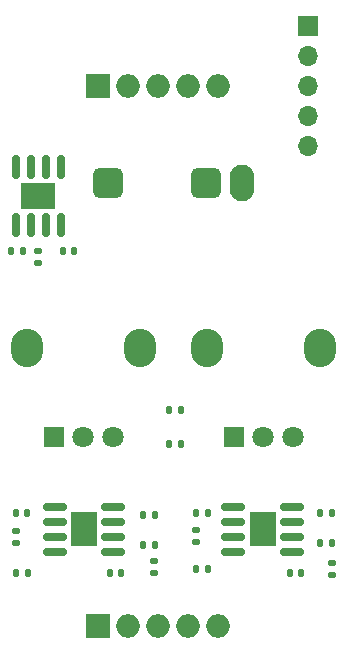
<source format=gbr>
%TF.GenerationSoftware,KiCad,Pcbnew,8.0.5*%
%TF.CreationDate,2024-11-17T12:10:01+05:30*%
%TF.ProjectId,line_in,6c696e65-5f69-46e2-9e6b-696361645f70,rev?*%
%TF.SameCoordinates,Original*%
%TF.FileFunction,Soldermask,Top*%
%TF.FilePolarity,Negative*%
%FSLAX46Y46*%
G04 Gerber Fmt 4.6, Leading zero omitted, Abs format (unit mm)*
G04 Created by KiCad (PCBNEW 8.0.5) date 2024-11-17 12:10:01*
%MOMM*%
%LPD*%
G01*
G04 APERTURE LIST*
G04 Aperture macros list*
%AMRoundRect*
0 Rectangle with rounded corners*
0 $1 Rounding radius*
0 $2 $3 $4 $5 $6 $7 $8 $9 X,Y pos of 4 corners*
0 Add a 4 corners polygon primitive as box body*
4,1,4,$2,$3,$4,$5,$6,$7,$8,$9,$2,$3,0*
0 Add four circle primitives for the rounded corners*
1,1,$1+$1,$2,$3*
1,1,$1+$1,$4,$5*
1,1,$1+$1,$6,$7*
1,1,$1+$1,$8,$9*
0 Add four rect primitives between the rounded corners*
20,1,$1+$1,$2,$3,$4,$5,0*
20,1,$1+$1,$4,$5,$6,$7,0*
20,1,$1+$1,$6,$7,$8,$9,0*
20,1,$1+$1,$8,$9,$2,$3,0*%
G04 Aperture macros list end*
%ADD10R,2.000000X2.000000*%
%ADD11O,2.000000X2.000000*%
%ADD12RoundRect,0.150000X0.150000X-0.825000X0.150000X0.825000X-0.150000X0.825000X-0.150000X-0.825000X0*%
%ADD13R,3.000000X2.290000*%
%ADD14RoundRect,0.150000X-0.825000X-0.150000X0.825000X-0.150000X0.825000X0.150000X-0.825000X0.150000X0*%
%ADD15R,2.290000X3.000000*%
%ADD16O,2.720000X3.240000*%
%ADD17C,1.800000*%
%ADD18R,1.800000X1.800000*%
%ADD19RoundRect,0.135000X-0.185000X0.135000X-0.185000X-0.135000X0.185000X-0.135000X0.185000X0.135000X0*%
%ADD20RoundRect,0.135000X-0.135000X-0.185000X0.135000X-0.185000X0.135000X0.185000X-0.135000X0.185000X0*%
%ADD21RoundRect,0.135000X0.135000X0.185000X-0.135000X0.185000X-0.135000X-0.185000X0.135000X-0.185000X0*%
%ADD22RoundRect,0.135000X0.185000X-0.135000X0.185000X0.135000X-0.185000X0.135000X-0.185000X-0.135000X0*%
%ADD23R,1.700000X1.700000*%
%ADD24O,1.700000X1.700000*%
%ADD25RoundRect,0.650000X0.650000X-0.650000X0.650000X0.650000X-0.650000X0.650000X-0.650000X-0.650000X0*%
%ADD26O,2.100000X3.100000*%
%ADD27RoundRect,0.140000X0.140000X0.170000X-0.140000X0.170000X-0.140000X-0.170000X0.140000X-0.170000X0*%
%ADD28RoundRect,0.140000X-0.140000X-0.170000X0.140000X-0.170000X0.140000X0.170000X-0.140000X0.170000X0*%
G04 APERTURE END LIST*
D10*
%TO.C,VSUPPLY1*%
X55880000Y-50800000D03*
D11*
X58420000Y-50800000D03*
X60960000Y-50800000D03*
X63500000Y-50800000D03*
X66040000Y-50800000D03*
%TD*%
D10*
%TO.C,GND1*%
X55880000Y-96520000D03*
D11*
X58420000Y-96520000D03*
X60960000Y-96520000D03*
X63500000Y-96520000D03*
X66040000Y-96520000D03*
%TD*%
D12*
%TO.C,U3*%
X48895000Y-62608000D03*
X50165000Y-62608000D03*
X51435000Y-62608000D03*
X52705000Y-62608000D03*
X52705000Y-57658000D03*
X51435000Y-57658000D03*
X50165000Y-57658000D03*
X48895000Y-57658000D03*
D13*
X50800000Y-60133000D03*
%TD*%
D14*
%TO.C,U2*%
X67310000Y-86475000D03*
X67310000Y-87745000D03*
X67310000Y-89015000D03*
X67310000Y-90285000D03*
X72260000Y-90285000D03*
X72260000Y-89015000D03*
X72260000Y-87745000D03*
X72260000Y-86475000D03*
D15*
X69785000Y-88380000D03*
%TD*%
D14*
%TO.C,U1*%
X52200000Y-86475000D03*
X52200000Y-87745000D03*
X52200000Y-89015000D03*
X52200000Y-90285000D03*
X57150000Y-90285000D03*
X57150000Y-89015000D03*
X57150000Y-87745000D03*
X57150000Y-86475000D03*
D15*
X54675000Y-88380000D03*
%TD*%
D16*
%TO.C,RV2*%
X65050000Y-73035000D03*
X74650000Y-73035000D03*
D17*
X69850000Y-80535000D03*
X72350000Y-80535000D03*
D18*
X67350000Y-80535000D03*
%TD*%
D16*
%TO.C,RV1*%
X49810000Y-73025000D03*
X59410000Y-73025000D03*
D17*
X54610000Y-80525000D03*
X57110000Y-80525000D03*
D18*
X52110000Y-80525000D03*
%TD*%
D19*
%TO.C,R14*%
X50800000Y-65788000D03*
X50800000Y-64768000D03*
%TD*%
D20*
%TO.C,R13*%
X74676000Y-86995000D03*
X75696000Y-86995000D03*
%TD*%
%TO.C,R12*%
X59686000Y-87122000D03*
X60706000Y-87122000D03*
%TD*%
D21*
%TO.C,R11*%
X49530000Y-64770000D03*
X48510000Y-64770000D03*
%TD*%
D22*
%TO.C,R10*%
X75696000Y-92202000D03*
X75696000Y-91182000D03*
%TD*%
D20*
%TO.C,R9*%
X64135000Y-91694000D03*
X65155000Y-91694000D03*
%TD*%
D19*
%TO.C,R8*%
X64135000Y-89412000D03*
X64135000Y-88392000D03*
%TD*%
D20*
%TO.C,R7*%
X74676000Y-89535000D03*
X75696000Y-89535000D03*
%TD*%
D22*
%TO.C,R6*%
X60581000Y-92077000D03*
X60581000Y-91057000D03*
%TD*%
D20*
%TO.C,R5*%
X61849000Y-81153000D03*
X62869000Y-81153000D03*
%TD*%
%TO.C,R4*%
X61845000Y-78232000D03*
X62865000Y-78232000D03*
%TD*%
%TO.C,R3*%
X48895000Y-92075000D03*
X49915000Y-92075000D03*
%TD*%
D19*
%TO.C,R2*%
X48895000Y-88515000D03*
X48895000Y-89535000D03*
%TD*%
D20*
%TO.C,R1*%
X59686000Y-89662000D03*
X60706000Y-89662000D03*
%TD*%
D23*
%TO.C,OUTPUT1*%
X73660000Y-45720000D03*
D24*
X73660000Y-48260000D03*
X73660000Y-50800000D03*
X73660000Y-53340000D03*
X73660000Y-55880000D03*
%TD*%
D25*
%TO.C,J1*%
X64975000Y-59055000D03*
D26*
X68075000Y-59055000D03*
D25*
X56675000Y-59055000D03*
%TD*%
D27*
%TO.C,C5*%
X53848000Y-64770000D03*
X52888000Y-64770000D03*
%TD*%
D28*
%TO.C,C4*%
X72065000Y-92075000D03*
X73025000Y-92075000D03*
%TD*%
%TO.C,C3*%
X57785000Y-92075000D03*
X56825000Y-92075000D03*
%TD*%
%TO.C,C2*%
X64165000Y-86995000D03*
X65125000Y-86995000D03*
%TD*%
%TO.C,C1*%
X49855000Y-86995000D03*
X48895000Y-86995000D03*
%TD*%
M02*

</source>
